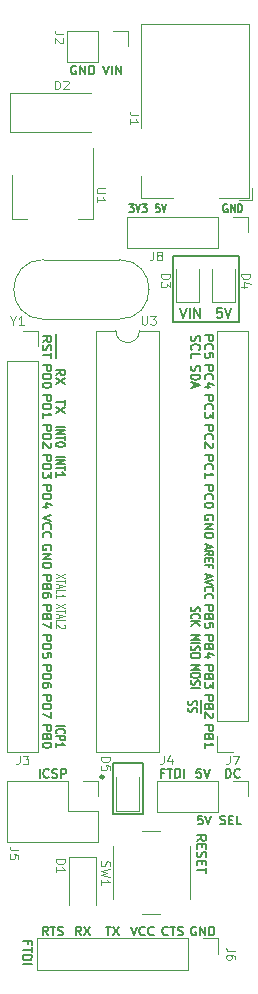
<source format=gto>
G04 #@! TF.GenerationSoftware,KiCad,Pcbnew,(5.0.1)-3*
G04 #@! TF.CreationDate,2018-11-10T00:41:14-08:00*
G04 #@! TF.ProjectId,firefly,66697265666C792E6B696361645F7063,A*
G04 #@! TF.SameCoordinates,Original*
G04 #@! TF.FileFunction,Legend,Top*
G04 #@! TF.FilePolarity,Positive*
%FSLAX46Y46*%
G04 Gerber Fmt 4.6, Leading zero omitted, Abs format (unit mm)*
G04 Created by KiCad (PCBNEW (5.0.1)-3) date 11/10/2018 12:41:14 AM*
%MOMM*%
%LPD*%
G01*
G04 APERTURE LIST*
%ADD10C,0.254000*%
%ADD11C,0.187500*%
%ADD12C,0.150000*%
%ADD13C,0.180000*%
%ADD14C,0.125000*%
%ADD15C,0.120000*%
%ADD16C,0.100000*%
G04 APERTURE END LIST*
D10*
X148844000Y-127889000D02*
G75*
G03X148844000Y-127889000I-127000J0D01*
G01*
D11*
X157194428Y-131161285D02*
X156837285Y-131161285D01*
X156801571Y-131518428D01*
X156837285Y-131482714D01*
X156908714Y-131447000D01*
X157087285Y-131447000D01*
X157158714Y-131482714D01*
X157194428Y-131518428D01*
X157230142Y-131589857D01*
X157230142Y-131768428D01*
X157194428Y-131839857D01*
X157158714Y-131875571D01*
X157087285Y-131911285D01*
X156908714Y-131911285D01*
X156837285Y-131875571D01*
X156801571Y-131839857D01*
X157444428Y-131161285D02*
X157694428Y-131911285D01*
X157944428Y-131161285D01*
X158730142Y-131875571D02*
X158837285Y-131911285D01*
X159015857Y-131911285D01*
X159087285Y-131875571D01*
X159123000Y-131839857D01*
X159158714Y-131768428D01*
X159158714Y-131697000D01*
X159123000Y-131625571D01*
X159087285Y-131589857D01*
X159015857Y-131554142D01*
X158873000Y-131518428D01*
X158801571Y-131482714D01*
X158765857Y-131447000D01*
X158730142Y-131375571D01*
X158730142Y-131304142D01*
X158765857Y-131232714D01*
X158801571Y-131197000D01*
X158873000Y-131161285D01*
X159051571Y-131161285D01*
X159158714Y-131197000D01*
X159480142Y-131518428D02*
X159730142Y-131518428D01*
X159837285Y-131911285D02*
X159480142Y-131911285D01*
X159480142Y-131161285D01*
X159837285Y-131161285D01*
X160515857Y-131911285D02*
X160158714Y-131911285D01*
X160158714Y-131161285D01*
X142411571Y-142033857D02*
X142411571Y-141783857D01*
X142018714Y-141783857D02*
X142768714Y-141783857D01*
X142768714Y-142141000D01*
X142768714Y-142319571D02*
X142768714Y-142748142D01*
X142018714Y-142533857D02*
X142768714Y-142533857D01*
X142018714Y-142998142D02*
X142768714Y-142998142D01*
X142768714Y-143176714D01*
X142733000Y-143283857D01*
X142661571Y-143355285D01*
X142590142Y-143391000D01*
X142447285Y-143426714D01*
X142340142Y-143426714D01*
X142197285Y-143391000D01*
X142125857Y-143355285D01*
X142054428Y-143283857D01*
X142018714Y-143176714D01*
X142018714Y-142998142D01*
X142018714Y-143748142D02*
X142768714Y-143748142D01*
D12*
X151022142Y-79345285D02*
X151393571Y-79345285D01*
X151193571Y-79631000D01*
X151279285Y-79631000D01*
X151336428Y-79666714D01*
X151365000Y-79702428D01*
X151393571Y-79773857D01*
X151393571Y-79952428D01*
X151365000Y-80023857D01*
X151336428Y-80059571D01*
X151279285Y-80095285D01*
X151107857Y-80095285D01*
X151050714Y-80059571D01*
X151022142Y-80023857D01*
X151565000Y-79345285D02*
X151765000Y-80095285D01*
X151965000Y-79345285D01*
X152107857Y-79345285D02*
X152479285Y-79345285D01*
X152279285Y-79631000D01*
X152365000Y-79631000D01*
X152422142Y-79666714D01*
X152450714Y-79702428D01*
X152479285Y-79773857D01*
X152479285Y-79952428D01*
X152450714Y-80023857D01*
X152422142Y-80059571D01*
X152365000Y-80095285D01*
X152193571Y-80095285D01*
X152136428Y-80059571D01*
X152107857Y-80023857D01*
X153555714Y-79345285D02*
X153270000Y-79345285D01*
X153241428Y-79702428D01*
X153270000Y-79666714D01*
X153327142Y-79631000D01*
X153470000Y-79631000D01*
X153527142Y-79666714D01*
X153555714Y-79702428D01*
X153584285Y-79773857D01*
X153584285Y-79952428D01*
X153555714Y-80023857D01*
X153527142Y-80059571D01*
X153470000Y-80095285D01*
X153327142Y-80095285D01*
X153270000Y-80059571D01*
X153241428Y-80023857D01*
X153755714Y-79345285D02*
X153955714Y-80095285D01*
X154155714Y-79345285D01*
X159308857Y-79381000D02*
X159251714Y-79345285D01*
X159166000Y-79345285D01*
X159080285Y-79381000D01*
X159023142Y-79452428D01*
X158994571Y-79523857D01*
X158966000Y-79666714D01*
X158966000Y-79773857D01*
X158994571Y-79916714D01*
X159023142Y-79988142D01*
X159080285Y-80059571D01*
X159166000Y-80095285D01*
X159223142Y-80095285D01*
X159308857Y-80059571D01*
X159337428Y-80023857D01*
X159337428Y-79773857D01*
X159223142Y-79773857D01*
X159594571Y-80095285D02*
X159594571Y-79345285D01*
X159937428Y-80095285D01*
X159937428Y-79345285D01*
X160223142Y-80095285D02*
X160223142Y-79345285D01*
X160366000Y-79345285D01*
X160451714Y-79381000D01*
X160508857Y-79452428D01*
X160537428Y-79523857D01*
X160566000Y-79666714D01*
X160566000Y-79773857D01*
X160537428Y-79916714D01*
X160508857Y-79988142D01*
X160451714Y-80059571D01*
X160366000Y-80095285D01*
X160223142Y-80095285D01*
D11*
X148784571Y-67661285D02*
X149034571Y-68411285D01*
X149284571Y-67661285D01*
X149534571Y-68411285D02*
X149534571Y-67661285D01*
X149891714Y-68411285D02*
X149891714Y-67661285D01*
X150320285Y-68411285D01*
X150320285Y-67661285D01*
X146494571Y-67697000D02*
X146423142Y-67661285D01*
X146316000Y-67661285D01*
X146208857Y-67697000D01*
X146137428Y-67768428D01*
X146101714Y-67839857D01*
X146066000Y-67982714D01*
X146066000Y-68089857D01*
X146101714Y-68232714D01*
X146137428Y-68304142D01*
X146208857Y-68375571D01*
X146316000Y-68411285D01*
X146387428Y-68411285D01*
X146494571Y-68375571D01*
X146530285Y-68339857D01*
X146530285Y-68089857D01*
X146387428Y-68089857D01*
X146851714Y-68411285D02*
X146851714Y-67661285D01*
X147280285Y-68411285D01*
X147280285Y-67661285D01*
X147637428Y-68411285D02*
X147637428Y-67661285D01*
X147816000Y-67661285D01*
X147923142Y-67697000D01*
X147994571Y-67768428D01*
X148030285Y-67839857D01*
X148066000Y-67982714D01*
X148066000Y-68089857D01*
X148030285Y-68232714D01*
X147994571Y-68304142D01*
X147923142Y-68375571D01*
X147816000Y-68411285D01*
X147637428Y-68411285D01*
D13*
X156287428Y-93069285D02*
X156251714Y-93176428D01*
X156251714Y-93355000D01*
X156287428Y-93426428D01*
X156323142Y-93462142D01*
X156394571Y-93497857D01*
X156466000Y-93497857D01*
X156537428Y-93462142D01*
X156573142Y-93426428D01*
X156608857Y-93355000D01*
X156644571Y-93212142D01*
X156680285Y-93140714D01*
X156716000Y-93105000D01*
X156787428Y-93069285D01*
X156858857Y-93069285D01*
X156930285Y-93105000D01*
X156966000Y-93140714D01*
X157001714Y-93212142D01*
X157001714Y-93390714D01*
X156966000Y-93497857D01*
X156251714Y-93819285D02*
X157001714Y-93819285D01*
X157001714Y-93997857D01*
X156966000Y-94105000D01*
X156894571Y-94176428D01*
X156823142Y-94212142D01*
X156680285Y-94247857D01*
X156573142Y-94247857D01*
X156430285Y-94212142D01*
X156358857Y-94176428D01*
X156287428Y-94105000D01*
X156251714Y-93997857D01*
X156251714Y-93819285D01*
X156466000Y-94533571D02*
X156466000Y-94890714D01*
X156251714Y-94462142D02*
X157001714Y-94712142D01*
X156251714Y-94962142D01*
X156287428Y-90547142D02*
X156251714Y-90654285D01*
X156251714Y-90832857D01*
X156287428Y-90904285D01*
X156323142Y-90940000D01*
X156394571Y-90975714D01*
X156466000Y-90975714D01*
X156537428Y-90940000D01*
X156573142Y-90904285D01*
X156608857Y-90832857D01*
X156644571Y-90690000D01*
X156680285Y-90618571D01*
X156716000Y-90582857D01*
X156787428Y-90547142D01*
X156858857Y-90547142D01*
X156930285Y-90582857D01*
X156966000Y-90618571D01*
X157001714Y-90690000D01*
X157001714Y-90868571D01*
X156966000Y-90975714D01*
X156323142Y-91725714D02*
X156287428Y-91690000D01*
X156251714Y-91582857D01*
X156251714Y-91511428D01*
X156287428Y-91404285D01*
X156358857Y-91332857D01*
X156430285Y-91297142D01*
X156573142Y-91261428D01*
X156680285Y-91261428D01*
X156823142Y-91297142D01*
X156894571Y-91332857D01*
X156966000Y-91404285D01*
X157001714Y-91511428D01*
X157001714Y-91582857D01*
X156966000Y-91690000D01*
X156930285Y-91725714D01*
X156251714Y-92404285D02*
X156251714Y-92047142D01*
X157001714Y-92047142D01*
X157394714Y-90511428D02*
X158144714Y-90511428D01*
X158144714Y-90797142D01*
X158109000Y-90868571D01*
X158073285Y-90904285D01*
X158001857Y-90940000D01*
X157894714Y-90940000D01*
X157823285Y-90904285D01*
X157787571Y-90868571D01*
X157751857Y-90797142D01*
X157751857Y-90511428D01*
X157466142Y-91690000D02*
X157430428Y-91654285D01*
X157394714Y-91547142D01*
X157394714Y-91475714D01*
X157430428Y-91368571D01*
X157501857Y-91297142D01*
X157573285Y-91261428D01*
X157716142Y-91225714D01*
X157823285Y-91225714D01*
X157966142Y-91261428D01*
X158037571Y-91297142D01*
X158109000Y-91368571D01*
X158144714Y-91475714D01*
X158144714Y-91547142D01*
X158109000Y-91654285D01*
X158073285Y-91690000D01*
X158144714Y-92368571D02*
X158144714Y-92011428D01*
X157787571Y-91975714D01*
X157823285Y-92011428D01*
X157859000Y-92082857D01*
X157859000Y-92261428D01*
X157823285Y-92332857D01*
X157787571Y-92368571D01*
X157716142Y-92404285D01*
X157537571Y-92404285D01*
X157466142Y-92368571D01*
X157430428Y-92332857D01*
X157394714Y-92261428D01*
X157394714Y-92082857D01*
X157430428Y-92011428D01*
X157466142Y-91975714D01*
X157394714Y-93051428D02*
X158144714Y-93051428D01*
X158144714Y-93337142D01*
X158109000Y-93408571D01*
X158073285Y-93444285D01*
X158001857Y-93480000D01*
X157894714Y-93480000D01*
X157823285Y-93444285D01*
X157787571Y-93408571D01*
X157751857Y-93337142D01*
X157751857Y-93051428D01*
X157466142Y-94230000D02*
X157430428Y-94194285D01*
X157394714Y-94087142D01*
X157394714Y-94015714D01*
X157430428Y-93908571D01*
X157501857Y-93837142D01*
X157573285Y-93801428D01*
X157716142Y-93765714D01*
X157823285Y-93765714D01*
X157966142Y-93801428D01*
X158037571Y-93837142D01*
X158109000Y-93908571D01*
X158144714Y-94015714D01*
X158144714Y-94087142D01*
X158109000Y-94194285D01*
X158073285Y-94230000D01*
X157894714Y-94872857D02*
X157394714Y-94872857D01*
X158180428Y-94694285D02*
X157644714Y-94515714D01*
X157644714Y-94980000D01*
X157394714Y-95591428D02*
X158144714Y-95591428D01*
X158144714Y-95877142D01*
X158109000Y-95948571D01*
X158073285Y-95984285D01*
X158001857Y-96020000D01*
X157894714Y-96020000D01*
X157823285Y-95984285D01*
X157787571Y-95948571D01*
X157751857Y-95877142D01*
X157751857Y-95591428D01*
X157466142Y-96770000D02*
X157430428Y-96734285D01*
X157394714Y-96627142D01*
X157394714Y-96555714D01*
X157430428Y-96448571D01*
X157501857Y-96377142D01*
X157573285Y-96341428D01*
X157716142Y-96305714D01*
X157823285Y-96305714D01*
X157966142Y-96341428D01*
X158037571Y-96377142D01*
X158109000Y-96448571D01*
X158144714Y-96555714D01*
X158144714Y-96627142D01*
X158109000Y-96734285D01*
X158073285Y-96770000D01*
X158144714Y-97020000D02*
X158144714Y-97484285D01*
X157859000Y-97234285D01*
X157859000Y-97341428D01*
X157823285Y-97412857D01*
X157787571Y-97448571D01*
X157716142Y-97484285D01*
X157537571Y-97484285D01*
X157466142Y-97448571D01*
X157430428Y-97412857D01*
X157394714Y-97341428D01*
X157394714Y-97127142D01*
X157430428Y-97055714D01*
X157466142Y-97020000D01*
X157394714Y-98131428D02*
X158144714Y-98131428D01*
X158144714Y-98417142D01*
X158109000Y-98488571D01*
X158073285Y-98524285D01*
X158001857Y-98560000D01*
X157894714Y-98560000D01*
X157823285Y-98524285D01*
X157787571Y-98488571D01*
X157751857Y-98417142D01*
X157751857Y-98131428D01*
X157466142Y-99310000D02*
X157430428Y-99274285D01*
X157394714Y-99167142D01*
X157394714Y-99095714D01*
X157430428Y-98988571D01*
X157501857Y-98917142D01*
X157573285Y-98881428D01*
X157716142Y-98845714D01*
X157823285Y-98845714D01*
X157966142Y-98881428D01*
X158037571Y-98917142D01*
X158109000Y-98988571D01*
X158144714Y-99095714D01*
X158144714Y-99167142D01*
X158109000Y-99274285D01*
X158073285Y-99310000D01*
X158073285Y-99595714D02*
X158109000Y-99631428D01*
X158144714Y-99702857D01*
X158144714Y-99881428D01*
X158109000Y-99952857D01*
X158073285Y-99988571D01*
X158001857Y-100024285D01*
X157930428Y-100024285D01*
X157823285Y-99988571D01*
X157394714Y-99560000D01*
X157394714Y-100024285D01*
X157394714Y-100671428D02*
X158144714Y-100671428D01*
X158144714Y-100957142D01*
X158109000Y-101028571D01*
X158073285Y-101064285D01*
X158001857Y-101100000D01*
X157894714Y-101100000D01*
X157823285Y-101064285D01*
X157787571Y-101028571D01*
X157751857Y-100957142D01*
X157751857Y-100671428D01*
X157466142Y-101850000D02*
X157430428Y-101814285D01*
X157394714Y-101707142D01*
X157394714Y-101635714D01*
X157430428Y-101528571D01*
X157501857Y-101457142D01*
X157573285Y-101421428D01*
X157716142Y-101385714D01*
X157823285Y-101385714D01*
X157966142Y-101421428D01*
X158037571Y-101457142D01*
X158109000Y-101528571D01*
X158144714Y-101635714D01*
X158144714Y-101707142D01*
X158109000Y-101814285D01*
X158073285Y-101850000D01*
X157394714Y-102564285D02*
X157394714Y-102135714D01*
X157394714Y-102350000D02*
X158144714Y-102350000D01*
X158037571Y-102278571D01*
X157966142Y-102207142D01*
X157930428Y-102135714D01*
X157394714Y-103211428D02*
X158144714Y-103211428D01*
X158144714Y-103497142D01*
X158109000Y-103568571D01*
X158073285Y-103604285D01*
X158001857Y-103640000D01*
X157894714Y-103640000D01*
X157823285Y-103604285D01*
X157787571Y-103568571D01*
X157751857Y-103497142D01*
X157751857Y-103211428D01*
X157466142Y-104390000D02*
X157430428Y-104354285D01*
X157394714Y-104247142D01*
X157394714Y-104175714D01*
X157430428Y-104068571D01*
X157501857Y-103997142D01*
X157573285Y-103961428D01*
X157716142Y-103925714D01*
X157823285Y-103925714D01*
X157966142Y-103961428D01*
X158037571Y-103997142D01*
X158109000Y-104068571D01*
X158144714Y-104175714D01*
X158144714Y-104247142D01*
X158109000Y-104354285D01*
X158073285Y-104390000D01*
X158144714Y-104854285D02*
X158144714Y-104925714D01*
X158109000Y-104997142D01*
X158073285Y-105032857D01*
X158001857Y-105068571D01*
X157859000Y-105104285D01*
X157680428Y-105104285D01*
X157537571Y-105068571D01*
X157466142Y-105032857D01*
X157430428Y-104997142D01*
X157394714Y-104925714D01*
X157394714Y-104854285D01*
X157430428Y-104782857D01*
X157466142Y-104747142D01*
X157537571Y-104711428D01*
X157680428Y-104675714D01*
X157859000Y-104675714D01*
X158001857Y-104711428D01*
X158073285Y-104747142D01*
X158109000Y-104782857D01*
X158144714Y-104854285D01*
D12*
X144821714Y-123574285D02*
X145571714Y-123574285D01*
X144893142Y-124202857D02*
X144857428Y-124174285D01*
X144821714Y-124088571D01*
X144821714Y-124031428D01*
X144857428Y-123945714D01*
X144928857Y-123888571D01*
X145000285Y-123860000D01*
X145143142Y-123831428D01*
X145250285Y-123831428D01*
X145393142Y-123860000D01*
X145464571Y-123888571D01*
X145536000Y-123945714D01*
X145571714Y-124031428D01*
X145571714Y-124088571D01*
X145536000Y-124174285D01*
X145500285Y-124202857D01*
X144821714Y-124460000D02*
X145571714Y-124460000D01*
X145571714Y-124688571D01*
X145536000Y-124745714D01*
X145500285Y-124774285D01*
X145428857Y-124802857D01*
X145321714Y-124802857D01*
X145250285Y-124774285D01*
X145214571Y-124745714D01*
X145178857Y-124688571D01*
X145178857Y-124460000D01*
X144821714Y-125374285D02*
X144821714Y-125031428D01*
X144821714Y-125202857D02*
X145571714Y-125202857D01*
X145464571Y-125145714D01*
X145393142Y-125088571D01*
X145357428Y-125031428D01*
X144821714Y-100771428D02*
X145571714Y-100771428D01*
X144821714Y-101057142D02*
X145571714Y-101057142D01*
X144821714Y-101400000D01*
X145571714Y-101400000D01*
X145571714Y-101600000D02*
X145571714Y-101942857D01*
X144821714Y-101771428D02*
X145571714Y-101771428D01*
X144821714Y-102457142D02*
X144821714Y-102114285D01*
X144821714Y-102285714D02*
X145571714Y-102285714D01*
X145464571Y-102228571D01*
X145393142Y-102171428D01*
X145357428Y-102114285D01*
X144821714Y-98231428D02*
X145571714Y-98231428D01*
X144821714Y-98517142D02*
X145571714Y-98517142D01*
X144821714Y-98860000D01*
X145571714Y-98860000D01*
X145571714Y-99060000D02*
X145571714Y-99402857D01*
X144821714Y-99231428D02*
X145571714Y-99231428D01*
X145571714Y-99717142D02*
X145571714Y-99774285D01*
X145536000Y-99831428D01*
X145500285Y-99860000D01*
X145428857Y-99888571D01*
X145286000Y-99917142D01*
X145107428Y-99917142D01*
X144964571Y-99888571D01*
X144893142Y-99860000D01*
X144857428Y-99831428D01*
X144821714Y-99774285D01*
X144821714Y-99717142D01*
X144857428Y-99660000D01*
X144893142Y-99631428D01*
X144964571Y-99602857D01*
X145107428Y-99574285D01*
X145286000Y-99574285D01*
X145428857Y-99602857D01*
X145500285Y-99631428D01*
X145536000Y-99660000D01*
X145571714Y-99717142D01*
D13*
X158109000Y-106108571D02*
X158144714Y-106037142D01*
X158144714Y-105930000D01*
X158109000Y-105822857D01*
X158037571Y-105751428D01*
X157966142Y-105715714D01*
X157823285Y-105680000D01*
X157716142Y-105680000D01*
X157573285Y-105715714D01*
X157501857Y-105751428D01*
X157430428Y-105822857D01*
X157394714Y-105930000D01*
X157394714Y-106001428D01*
X157430428Y-106108571D01*
X157466142Y-106144285D01*
X157716142Y-106144285D01*
X157716142Y-106001428D01*
X157394714Y-106465714D02*
X158144714Y-106465714D01*
X157394714Y-106894285D01*
X158144714Y-106894285D01*
X157394714Y-107251428D02*
X158144714Y-107251428D01*
X158144714Y-107430000D01*
X158109000Y-107537142D01*
X158037571Y-107608571D01*
X157966142Y-107644285D01*
X157823285Y-107680000D01*
X157716142Y-107680000D01*
X157573285Y-107644285D01*
X157501857Y-107608571D01*
X157430428Y-107537142D01*
X157394714Y-107430000D01*
X157394714Y-107251428D01*
D12*
X157072000Y-121348571D02*
X157072000Y-121920000D01*
X156033428Y-121462857D02*
X155997714Y-121548571D01*
X155997714Y-121691428D01*
X156033428Y-121748571D01*
X156069142Y-121777142D01*
X156140571Y-121805714D01*
X156212000Y-121805714D01*
X156283428Y-121777142D01*
X156319142Y-121748571D01*
X156354857Y-121691428D01*
X156390571Y-121577142D01*
X156426285Y-121520000D01*
X156462000Y-121491428D01*
X156533428Y-121462857D01*
X156604857Y-121462857D01*
X156676285Y-121491428D01*
X156712000Y-121520000D01*
X156747714Y-121577142D01*
X156747714Y-121720000D01*
X156712000Y-121805714D01*
X157072000Y-121920000D02*
X157072000Y-122491428D01*
X156033428Y-122034285D02*
X155997714Y-122120000D01*
X155997714Y-122262857D01*
X156033428Y-122320000D01*
X156069142Y-122348571D01*
X156140571Y-122377142D01*
X156212000Y-122377142D01*
X156283428Y-122348571D01*
X156319142Y-122320000D01*
X156354857Y-122262857D01*
X156390571Y-122148571D01*
X156426285Y-122091428D01*
X156462000Y-122062857D01*
X156533428Y-122034285D01*
X156604857Y-122034285D01*
X156676285Y-122062857D01*
X156712000Y-122091428D01*
X156747714Y-122148571D01*
X156747714Y-122291428D01*
X156712000Y-122377142D01*
X156251714Y-118437142D02*
X157001714Y-118437142D01*
X156466000Y-118637142D01*
X157001714Y-118837142D01*
X156251714Y-118837142D01*
X157001714Y-119237142D02*
X157001714Y-119351428D01*
X156966000Y-119408571D01*
X156894571Y-119465714D01*
X156751714Y-119494285D01*
X156501714Y-119494285D01*
X156358857Y-119465714D01*
X156287428Y-119408571D01*
X156251714Y-119351428D01*
X156251714Y-119237142D01*
X156287428Y-119180000D01*
X156358857Y-119122857D01*
X156501714Y-119094285D01*
X156751714Y-119094285D01*
X156894571Y-119122857D01*
X156966000Y-119180000D01*
X157001714Y-119237142D01*
X156287428Y-119722857D02*
X156251714Y-119808571D01*
X156251714Y-119951428D01*
X156287428Y-120008571D01*
X156323142Y-120037142D01*
X156394571Y-120065714D01*
X156466000Y-120065714D01*
X156537428Y-120037142D01*
X156573142Y-120008571D01*
X156608857Y-119951428D01*
X156644571Y-119837142D01*
X156680285Y-119780000D01*
X156716000Y-119751428D01*
X156787428Y-119722857D01*
X156858857Y-119722857D01*
X156930285Y-119751428D01*
X156966000Y-119780000D01*
X157001714Y-119837142D01*
X157001714Y-119980000D01*
X156966000Y-120065714D01*
X156251714Y-120322857D02*
X157001714Y-120322857D01*
X156251714Y-115897142D02*
X157001714Y-115897142D01*
X156466000Y-116097142D01*
X157001714Y-116297142D01*
X156251714Y-116297142D01*
X156251714Y-116582857D02*
X157001714Y-116582857D01*
X156287428Y-116840000D02*
X156251714Y-116925714D01*
X156251714Y-117068571D01*
X156287428Y-117125714D01*
X156323142Y-117154285D01*
X156394571Y-117182857D01*
X156466000Y-117182857D01*
X156537428Y-117154285D01*
X156573142Y-117125714D01*
X156608857Y-117068571D01*
X156644571Y-116954285D01*
X156680285Y-116897142D01*
X156716000Y-116868571D01*
X156787428Y-116840000D01*
X156858857Y-116840000D01*
X156930285Y-116868571D01*
X156966000Y-116897142D01*
X157001714Y-116954285D01*
X157001714Y-117097142D01*
X156966000Y-117182857D01*
X157001714Y-117554285D02*
X157001714Y-117668571D01*
X156966000Y-117725714D01*
X156894571Y-117782857D01*
X156751714Y-117811428D01*
X156501714Y-117811428D01*
X156358857Y-117782857D01*
X156287428Y-117725714D01*
X156251714Y-117668571D01*
X156251714Y-117554285D01*
X156287428Y-117497142D01*
X156358857Y-117440000D01*
X156501714Y-117411428D01*
X156751714Y-117411428D01*
X156894571Y-117440000D01*
X156966000Y-117497142D01*
X157001714Y-117554285D01*
X156287428Y-113528571D02*
X156251714Y-113614285D01*
X156251714Y-113757142D01*
X156287428Y-113814285D01*
X156323142Y-113842857D01*
X156394571Y-113871428D01*
X156466000Y-113871428D01*
X156537428Y-113842857D01*
X156573142Y-113814285D01*
X156608857Y-113757142D01*
X156644571Y-113642857D01*
X156680285Y-113585714D01*
X156716000Y-113557142D01*
X156787428Y-113528571D01*
X156858857Y-113528571D01*
X156930285Y-113557142D01*
X156966000Y-113585714D01*
X157001714Y-113642857D01*
X157001714Y-113785714D01*
X156966000Y-113871428D01*
X156323142Y-114471428D02*
X156287428Y-114442857D01*
X156251714Y-114357142D01*
X156251714Y-114300000D01*
X156287428Y-114214285D01*
X156358857Y-114157142D01*
X156430285Y-114128571D01*
X156573142Y-114100000D01*
X156680285Y-114100000D01*
X156823142Y-114128571D01*
X156894571Y-114157142D01*
X156966000Y-114214285D01*
X157001714Y-114300000D01*
X157001714Y-114357142D01*
X156966000Y-114442857D01*
X156930285Y-114471428D01*
X156251714Y-114728571D02*
X157001714Y-114728571D01*
X156251714Y-115071428D02*
X156680285Y-114814285D01*
X157001714Y-115071428D02*
X156573142Y-114728571D01*
X157609000Y-108248571D02*
X157609000Y-108534285D01*
X157394714Y-108191428D02*
X158144714Y-108391428D01*
X157394714Y-108591428D01*
X157394714Y-109134285D02*
X157751857Y-108934285D01*
X157394714Y-108791428D02*
X158144714Y-108791428D01*
X158144714Y-109020000D01*
X158109000Y-109077142D01*
X158073285Y-109105714D01*
X158001857Y-109134285D01*
X157894714Y-109134285D01*
X157823285Y-109105714D01*
X157787571Y-109077142D01*
X157751857Y-109020000D01*
X157751857Y-108791428D01*
X157787571Y-109391428D02*
X157787571Y-109591428D01*
X157394714Y-109677142D02*
X157394714Y-109391428D01*
X158144714Y-109391428D01*
X158144714Y-109677142D01*
X157787571Y-110134285D02*
X157787571Y-109934285D01*
X157394714Y-109934285D02*
X158144714Y-109934285D01*
X158144714Y-110220000D01*
D13*
X144428714Y-105680000D02*
X143678714Y-105930000D01*
X144428714Y-106180000D01*
X143750142Y-106858571D02*
X143714428Y-106822857D01*
X143678714Y-106715714D01*
X143678714Y-106644285D01*
X143714428Y-106537142D01*
X143785857Y-106465714D01*
X143857285Y-106430000D01*
X144000142Y-106394285D01*
X144107285Y-106394285D01*
X144250142Y-106430000D01*
X144321571Y-106465714D01*
X144393000Y-106537142D01*
X144428714Y-106644285D01*
X144428714Y-106715714D01*
X144393000Y-106822857D01*
X144357285Y-106858571D01*
X143750142Y-107608571D02*
X143714428Y-107572857D01*
X143678714Y-107465714D01*
X143678714Y-107394285D01*
X143714428Y-107287142D01*
X143785857Y-107215714D01*
X143857285Y-107180000D01*
X144000142Y-107144285D01*
X144107285Y-107144285D01*
X144250142Y-107180000D01*
X144321571Y-107215714D01*
X144393000Y-107287142D01*
X144428714Y-107394285D01*
X144428714Y-107465714D01*
X144393000Y-107572857D01*
X144357285Y-107608571D01*
X157394714Y-113371428D02*
X158144714Y-113371428D01*
X158144714Y-113657142D01*
X158109000Y-113728571D01*
X158073285Y-113764285D01*
X158001857Y-113800000D01*
X157894714Y-113800000D01*
X157823285Y-113764285D01*
X157787571Y-113728571D01*
X157751857Y-113657142D01*
X157751857Y-113371428D01*
X157787571Y-114371428D02*
X157751857Y-114478571D01*
X157716142Y-114514285D01*
X157644714Y-114550000D01*
X157537571Y-114550000D01*
X157466142Y-114514285D01*
X157430428Y-114478571D01*
X157394714Y-114407142D01*
X157394714Y-114121428D01*
X158144714Y-114121428D01*
X158144714Y-114371428D01*
X158109000Y-114442857D01*
X158073285Y-114478571D01*
X158001857Y-114514285D01*
X157930428Y-114514285D01*
X157859000Y-114478571D01*
X157823285Y-114442857D01*
X157787571Y-114371428D01*
X157787571Y-114121428D01*
X158144714Y-115228571D02*
X158144714Y-114871428D01*
X157787571Y-114835714D01*
X157823285Y-114871428D01*
X157859000Y-114942857D01*
X157859000Y-115121428D01*
X157823285Y-115192857D01*
X157787571Y-115228571D01*
X157716142Y-115264285D01*
X157537571Y-115264285D01*
X157466142Y-115228571D01*
X157430428Y-115192857D01*
X157394714Y-115121428D01*
X157394714Y-114942857D01*
X157430428Y-114871428D01*
X157466142Y-114835714D01*
X157394714Y-115911428D02*
X158144714Y-115911428D01*
X158144714Y-116197142D01*
X158109000Y-116268571D01*
X158073285Y-116304285D01*
X158001857Y-116340000D01*
X157894714Y-116340000D01*
X157823285Y-116304285D01*
X157787571Y-116268571D01*
X157751857Y-116197142D01*
X157751857Y-115911428D01*
X157787571Y-116911428D02*
X157751857Y-117018571D01*
X157716142Y-117054285D01*
X157644714Y-117090000D01*
X157537571Y-117090000D01*
X157466142Y-117054285D01*
X157430428Y-117018571D01*
X157394714Y-116947142D01*
X157394714Y-116661428D01*
X158144714Y-116661428D01*
X158144714Y-116911428D01*
X158109000Y-116982857D01*
X158073285Y-117018571D01*
X158001857Y-117054285D01*
X157930428Y-117054285D01*
X157859000Y-117018571D01*
X157823285Y-116982857D01*
X157787571Y-116911428D01*
X157787571Y-116661428D01*
X157894714Y-117732857D02*
X157394714Y-117732857D01*
X158180428Y-117554285D02*
X157644714Y-117375714D01*
X157644714Y-117840000D01*
X157394714Y-118451428D02*
X158144714Y-118451428D01*
X158144714Y-118737142D01*
X158109000Y-118808571D01*
X158073285Y-118844285D01*
X158001857Y-118880000D01*
X157894714Y-118880000D01*
X157823285Y-118844285D01*
X157787571Y-118808571D01*
X157751857Y-118737142D01*
X157751857Y-118451428D01*
X157787571Y-119451428D02*
X157751857Y-119558571D01*
X157716142Y-119594285D01*
X157644714Y-119630000D01*
X157537571Y-119630000D01*
X157466142Y-119594285D01*
X157430428Y-119558571D01*
X157394714Y-119487142D01*
X157394714Y-119201428D01*
X158144714Y-119201428D01*
X158144714Y-119451428D01*
X158109000Y-119522857D01*
X158073285Y-119558571D01*
X158001857Y-119594285D01*
X157930428Y-119594285D01*
X157859000Y-119558571D01*
X157823285Y-119522857D01*
X157787571Y-119451428D01*
X157787571Y-119201428D01*
X158144714Y-119880000D02*
X158144714Y-120344285D01*
X157859000Y-120094285D01*
X157859000Y-120201428D01*
X157823285Y-120272857D01*
X157787571Y-120308571D01*
X157716142Y-120344285D01*
X157537571Y-120344285D01*
X157466142Y-120308571D01*
X157430428Y-120272857D01*
X157394714Y-120201428D01*
X157394714Y-119987142D01*
X157430428Y-119915714D01*
X157466142Y-119880000D01*
X157394714Y-120991428D02*
X158144714Y-120991428D01*
X158144714Y-121277142D01*
X158109000Y-121348571D01*
X158073285Y-121384285D01*
X158001857Y-121420000D01*
X157894714Y-121420000D01*
X157823285Y-121384285D01*
X157787571Y-121348571D01*
X157751857Y-121277142D01*
X157751857Y-120991428D01*
X157787571Y-121991428D02*
X157751857Y-122098571D01*
X157716142Y-122134285D01*
X157644714Y-122170000D01*
X157537571Y-122170000D01*
X157466142Y-122134285D01*
X157430428Y-122098571D01*
X157394714Y-122027142D01*
X157394714Y-121741428D01*
X158144714Y-121741428D01*
X158144714Y-121991428D01*
X158109000Y-122062857D01*
X158073285Y-122098571D01*
X158001857Y-122134285D01*
X157930428Y-122134285D01*
X157859000Y-122098571D01*
X157823285Y-122062857D01*
X157787571Y-121991428D01*
X157787571Y-121741428D01*
X158073285Y-122455714D02*
X158109000Y-122491428D01*
X158144714Y-122562857D01*
X158144714Y-122741428D01*
X158109000Y-122812857D01*
X158073285Y-122848571D01*
X158001857Y-122884285D01*
X157930428Y-122884285D01*
X157823285Y-122848571D01*
X157394714Y-122420000D01*
X157394714Y-122884285D01*
X157394714Y-123531428D02*
X158144714Y-123531428D01*
X158144714Y-123817142D01*
X158109000Y-123888571D01*
X158073285Y-123924285D01*
X158001857Y-123960000D01*
X157894714Y-123960000D01*
X157823285Y-123924285D01*
X157787571Y-123888571D01*
X157751857Y-123817142D01*
X157751857Y-123531428D01*
X157787571Y-124531428D02*
X157751857Y-124638571D01*
X157716142Y-124674285D01*
X157644714Y-124710000D01*
X157537571Y-124710000D01*
X157466142Y-124674285D01*
X157430428Y-124638571D01*
X157394714Y-124567142D01*
X157394714Y-124281428D01*
X158144714Y-124281428D01*
X158144714Y-124531428D01*
X158109000Y-124602857D01*
X158073285Y-124638571D01*
X158001857Y-124674285D01*
X157930428Y-124674285D01*
X157859000Y-124638571D01*
X157823285Y-124602857D01*
X157787571Y-124531428D01*
X157787571Y-124281428D01*
X157394714Y-125424285D02*
X157394714Y-124995714D01*
X157394714Y-125210000D02*
X158144714Y-125210000D01*
X158037571Y-125138571D01*
X157966142Y-125067142D01*
X157930428Y-124995714D01*
X143678714Y-123531428D02*
X144428714Y-123531428D01*
X144428714Y-123817142D01*
X144393000Y-123888571D01*
X144357285Y-123924285D01*
X144285857Y-123960000D01*
X144178714Y-123960000D01*
X144107285Y-123924285D01*
X144071571Y-123888571D01*
X144035857Y-123817142D01*
X144035857Y-123531428D01*
X144071571Y-124531428D02*
X144035857Y-124638571D01*
X144000142Y-124674285D01*
X143928714Y-124710000D01*
X143821571Y-124710000D01*
X143750142Y-124674285D01*
X143714428Y-124638571D01*
X143678714Y-124567142D01*
X143678714Y-124281428D01*
X144428714Y-124281428D01*
X144428714Y-124531428D01*
X144393000Y-124602857D01*
X144357285Y-124638571D01*
X144285857Y-124674285D01*
X144214428Y-124674285D01*
X144143000Y-124638571D01*
X144107285Y-124602857D01*
X144071571Y-124531428D01*
X144071571Y-124281428D01*
X144428714Y-125174285D02*
X144428714Y-125245714D01*
X144393000Y-125317142D01*
X144357285Y-125352857D01*
X144285857Y-125388571D01*
X144143000Y-125424285D01*
X143964428Y-125424285D01*
X143821571Y-125388571D01*
X143750142Y-125352857D01*
X143714428Y-125317142D01*
X143678714Y-125245714D01*
X143678714Y-125174285D01*
X143714428Y-125102857D01*
X143750142Y-125067142D01*
X143821571Y-125031428D01*
X143964428Y-124995714D01*
X144143000Y-124995714D01*
X144285857Y-125031428D01*
X144357285Y-125067142D01*
X144393000Y-125102857D01*
X144428714Y-125174285D01*
X143678714Y-120991428D02*
X144428714Y-120991428D01*
X144428714Y-121277142D01*
X144393000Y-121348571D01*
X144357285Y-121384285D01*
X144285857Y-121420000D01*
X144178714Y-121420000D01*
X144107285Y-121384285D01*
X144071571Y-121348571D01*
X144035857Y-121277142D01*
X144035857Y-120991428D01*
X143678714Y-121741428D02*
X144428714Y-121741428D01*
X144428714Y-121920000D01*
X144393000Y-122027142D01*
X144321571Y-122098571D01*
X144250142Y-122134285D01*
X144107285Y-122170000D01*
X144000142Y-122170000D01*
X143857285Y-122134285D01*
X143785857Y-122098571D01*
X143714428Y-122027142D01*
X143678714Y-121920000D01*
X143678714Y-121741428D01*
X144428714Y-122420000D02*
X144428714Y-122920000D01*
X143678714Y-122598571D01*
X143678714Y-118451428D02*
X144428714Y-118451428D01*
X144428714Y-118737142D01*
X144393000Y-118808571D01*
X144357285Y-118844285D01*
X144285857Y-118880000D01*
X144178714Y-118880000D01*
X144107285Y-118844285D01*
X144071571Y-118808571D01*
X144035857Y-118737142D01*
X144035857Y-118451428D01*
X143678714Y-119201428D02*
X144428714Y-119201428D01*
X144428714Y-119380000D01*
X144393000Y-119487142D01*
X144321571Y-119558571D01*
X144250142Y-119594285D01*
X144107285Y-119630000D01*
X144000142Y-119630000D01*
X143857285Y-119594285D01*
X143785857Y-119558571D01*
X143714428Y-119487142D01*
X143678714Y-119380000D01*
X143678714Y-119201428D01*
X144428714Y-120272857D02*
X144428714Y-120130000D01*
X144393000Y-120058571D01*
X144357285Y-120022857D01*
X144250142Y-119951428D01*
X144107285Y-119915714D01*
X143821571Y-119915714D01*
X143750142Y-119951428D01*
X143714428Y-119987142D01*
X143678714Y-120058571D01*
X143678714Y-120201428D01*
X143714428Y-120272857D01*
X143750142Y-120308571D01*
X143821571Y-120344285D01*
X144000142Y-120344285D01*
X144071571Y-120308571D01*
X144107285Y-120272857D01*
X144143000Y-120201428D01*
X144143000Y-120058571D01*
X144107285Y-119987142D01*
X144071571Y-119951428D01*
X144000142Y-119915714D01*
X143678714Y-115911428D02*
X144428714Y-115911428D01*
X144428714Y-116197142D01*
X144393000Y-116268571D01*
X144357285Y-116304285D01*
X144285857Y-116340000D01*
X144178714Y-116340000D01*
X144107285Y-116304285D01*
X144071571Y-116268571D01*
X144035857Y-116197142D01*
X144035857Y-115911428D01*
X143678714Y-116661428D02*
X144428714Y-116661428D01*
X144428714Y-116840000D01*
X144393000Y-116947142D01*
X144321571Y-117018571D01*
X144250142Y-117054285D01*
X144107285Y-117090000D01*
X144000142Y-117090000D01*
X143857285Y-117054285D01*
X143785857Y-117018571D01*
X143714428Y-116947142D01*
X143678714Y-116840000D01*
X143678714Y-116661428D01*
X144428714Y-117768571D02*
X144428714Y-117411428D01*
X144071571Y-117375714D01*
X144107285Y-117411428D01*
X144143000Y-117482857D01*
X144143000Y-117661428D01*
X144107285Y-117732857D01*
X144071571Y-117768571D01*
X144000142Y-117804285D01*
X143821571Y-117804285D01*
X143750142Y-117768571D01*
X143714428Y-117732857D01*
X143678714Y-117661428D01*
X143678714Y-117482857D01*
X143714428Y-117411428D01*
X143750142Y-117375714D01*
D14*
X145571714Y-113288095D02*
X144821714Y-113621428D01*
X145571714Y-113621428D02*
X144821714Y-113288095D01*
X145571714Y-113740476D02*
X145571714Y-114026190D01*
X144821714Y-113883333D02*
X145571714Y-113883333D01*
X145036000Y-114169047D02*
X145036000Y-114407142D01*
X144821714Y-114121428D02*
X145571714Y-114288095D01*
X144821714Y-114454761D01*
X144821714Y-114859523D02*
X144821714Y-114621428D01*
X145571714Y-114621428D01*
X145500285Y-115002380D02*
X145536000Y-115026190D01*
X145571714Y-115073809D01*
X145571714Y-115192857D01*
X145536000Y-115240476D01*
X145500285Y-115264285D01*
X145428857Y-115288095D01*
X145357428Y-115288095D01*
X145250285Y-115264285D01*
X144821714Y-114978571D01*
X144821714Y-115288095D01*
X145571714Y-110748095D02*
X144821714Y-111081428D01*
X145571714Y-111081428D02*
X144821714Y-110748095D01*
X145571714Y-111200476D02*
X145571714Y-111486190D01*
X144821714Y-111343333D02*
X145571714Y-111343333D01*
X145036000Y-111629047D02*
X145036000Y-111867142D01*
X144821714Y-111581428D02*
X145571714Y-111748095D01*
X144821714Y-111914761D01*
X144821714Y-112319523D02*
X144821714Y-112081428D01*
X145571714Y-112081428D01*
X144821714Y-112748095D02*
X144821714Y-112462380D01*
X144821714Y-112605238D02*
X145571714Y-112605238D01*
X145464571Y-112557619D01*
X145393142Y-112510000D01*
X145357428Y-112462380D01*
D13*
X143678714Y-113371428D02*
X144428714Y-113371428D01*
X144428714Y-113657142D01*
X144393000Y-113728571D01*
X144357285Y-113764285D01*
X144285857Y-113800000D01*
X144178714Y-113800000D01*
X144107285Y-113764285D01*
X144071571Y-113728571D01*
X144035857Y-113657142D01*
X144035857Y-113371428D01*
X144071571Y-114371428D02*
X144035857Y-114478571D01*
X144000142Y-114514285D01*
X143928714Y-114550000D01*
X143821571Y-114550000D01*
X143750142Y-114514285D01*
X143714428Y-114478571D01*
X143678714Y-114407142D01*
X143678714Y-114121428D01*
X144428714Y-114121428D01*
X144428714Y-114371428D01*
X144393000Y-114442857D01*
X144357285Y-114478571D01*
X144285857Y-114514285D01*
X144214428Y-114514285D01*
X144143000Y-114478571D01*
X144107285Y-114442857D01*
X144071571Y-114371428D01*
X144071571Y-114121428D01*
X144428714Y-114800000D02*
X144428714Y-115300000D01*
X143678714Y-114978571D01*
X143678714Y-110831428D02*
X144428714Y-110831428D01*
X144428714Y-111117142D01*
X144393000Y-111188571D01*
X144357285Y-111224285D01*
X144285857Y-111260000D01*
X144178714Y-111260000D01*
X144107285Y-111224285D01*
X144071571Y-111188571D01*
X144035857Y-111117142D01*
X144035857Y-110831428D01*
X144071571Y-111831428D02*
X144035857Y-111938571D01*
X144000142Y-111974285D01*
X143928714Y-112010000D01*
X143821571Y-112010000D01*
X143750142Y-111974285D01*
X143714428Y-111938571D01*
X143678714Y-111867142D01*
X143678714Y-111581428D01*
X144428714Y-111581428D01*
X144428714Y-111831428D01*
X144393000Y-111902857D01*
X144357285Y-111938571D01*
X144285857Y-111974285D01*
X144214428Y-111974285D01*
X144143000Y-111938571D01*
X144107285Y-111902857D01*
X144071571Y-111831428D01*
X144071571Y-111581428D01*
X144428714Y-112652857D02*
X144428714Y-112510000D01*
X144393000Y-112438571D01*
X144357285Y-112402857D01*
X144250142Y-112331428D01*
X144107285Y-112295714D01*
X143821571Y-112295714D01*
X143750142Y-112331428D01*
X143714428Y-112367142D01*
X143678714Y-112438571D01*
X143678714Y-112581428D01*
X143714428Y-112652857D01*
X143750142Y-112688571D01*
X143821571Y-112724285D01*
X144000142Y-112724285D01*
X144071571Y-112688571D01*
X144107285Y-112652857D01*
X144143000Y-112581428D01*
X144143000Y-112438571D01*
X144107285Y-112367142D01*
X144071571Y-112331428D01*
X144000142Y-112295714D01*
X144393000Y-108648571D02*
X144428714Y-108577142D01*
X144428714Y-108470000D01*
X144393000Y-108362857D01*
X144321571Y-108291428D01*
X144250142Y-108255714D01*
X144107285Y-108220000D01*
X144000142Y-108220000D01*
X143857285Y-108255714D01*
X143785857Y-108291428D01*
X143714428Y-108362857D01*
X143678714Y-108470000D01*
X143678714Y-108541428D01*
X143714428Y-108648571D01*
X143750142Y-108684285D01*
X144000142Y-108684285D01*
X144000142Y-108541428D01*
X143678714Y-109005714D02*
X144428714Y-109005714D01*
X143678714Y-109434285D01*
X144428714Y-109434285D01*
X143678714Y-109791428D02*
X144428714Y-109791428D01*
X144428714Y-109970000D01*
X144393000Y-110077142D01*
X144321571Y-110148571D01*
X144250142Y-110184285D01*
X144107285Y-110220000D01*
X144000142Y-110220000D01*
X143857285Y-110184285D01*
X143785857Y-110148571D01*
X143714428Y-110077142D01*
X143678714Y-109970000D01*
X143678714Y-109791428D01*
D12*
X157609000Y-110760000D02*
X157609000Y-111045714D01*
X157394714Y-110702857D02*
X158144714Y-110902857D01*
X157394714Y-111102857D01*
X158144714Y-111217142D02*
X157394714Y-111417142D01*
X158144714Y-111617142D01*
X157466142Y-112160000D02*
X157430428Y-112131428D01*
X157394714Y-112045714D01*
X157394714Y-111988571D01*
X157430428Y-111902857D01*
X157501857Y-111845714D01*
X157573285Y-111817142D01*
X157716142Y-111788571D01*
X157823285Y-111788571D01*
X157966142Y-111817142D01*
X158037571Y-111845714D01*
X158109000Y-111902857D01*
X158144714Y-111988571D01*
X158144714Y-112045714D01*
X158109000Y-112131428D01*
X158073285Y-112160000D01*
X157466142Y-112760000D02*
X157430428Y-112731428D01*
X157394714Y-112645714D01*
X157394714Y-112588571D01*
X157430428Y-112502857D01*
X157501857Y-112445714D01*
X157573285Y-112417142D01*
X157716142Y-112388571D01*
X157823285Y-112388571D01*
X157966142Y-112417142D01*
X158037571Y-112445714D01*
X158109000Y-112502857D01*
X158144714Y-112588571D01*
X158144714Y-112645714D01*
X158109000Y-112731428D01*
X158073285Y-112760000D01*
D13*
X143678714Y-103211428D02*
X144428714Y-103211428D01*
X144428714Y-103497142D01*
X144393000Y-103568571D01*
X144357285Y-103604285D01*
X144285857Y-103640000D01*
X144178714Y-103640000D01*
X144107285Y-103604285D01*
X144071571Y-103568571D01*
X144035857Y-103497142D01*
X144035857Y-103211428D01*
X143678714Y-103961428D02*
X144428714Y-103961428D01*
X144428714Y-104140000D01*
X144393000Y-104247142D01*
X144321571Y-104318571D01*
X144250142Y-104354285D01*
X144107285Y-104390000D01*
X144000142Y-104390000D01*
X143857285Y-104354285D01*
X143785857Y-104318571D01*
X143714428Y-104247142D01*
X143678714Y-104140000D01*
X143678714Y-103961428D01*
X144178714Y-105032857D02*
X143678714Y-105032857D01*
X144464428Y-104854285D02*
X143928714Y-104675714D01*
X143928714Y-105140000D01*
X143678714Y-100671428D02*
X144428714Y-100671428D01*
X144428714Y-100957142D01*
X144393000Y-101028571D01*
X144357285Y-101064285D01*
X144285857Y-101100000D01*
X144178714Y-101100000D01*
X144107285Y-101064285D01*
X144071571Y-101028571D01*
X144035857Y-100957142D01*
X144035857Y-100671428D01*
X143678714Y-101421428D02*
X144428714Y-101421428D01*
X144428714Y-101600000D01*
X144393000Y-101707142D01*
X144321571Y-101778571D01*
X144250142Y-101814285D01*
X144107285Y-101850000D01*
X144000142Y-101850000D01*
X143857285Y-101814285D01*
X143785857Y-101778571D01*
X143714428Y-101707142D01*
X143678714Y-101600000D01*
X143678714Y-101421428D01*
X144428714Y-102100000D02*
X144428714Y-102564285D01*
X144143000Y-102314285D01*
X144143000Y-102421428D01*
X144107285Y-102492857D01*
X144071571Y-102528571D01*
X144000142Y-102564285D01*
X143821571Y-102564285D01*
X143750142Y-102528571D01*
X143714428Y-102492857D01*
X143678714Y-102421428D01*
X143678714Y-102207142D01*
X143714428Y-102135714D01*
X143750142Y-102100000D01*
X143678714Y-98131428D02*
X144428714Y-98131428D01*
X144428714Y-98417142D01*
X144393000Y-98488571D01*
X144357285Y-98524285D01*
X144285857Y-98560000D01*
X144178714Y-98560000D01*
X144107285Y-98524285D01*
X144071571Y-98488571D01*
X144035857Y-98417142D01*
X144035857Y-98131428D01*
X143678714Y-98881428D02*
X144428714Y-98881428D01*
X144428714Y-99060000D01*
X144393000Y-99167142D01*
X144321571Y-99238571D01*
X144250142Y-99274285D01*
X144107285Y-99310000D01*
X144000142Y-99310000D01*
X143857285Y-99274285D01*
X143785857Y-99238571D01*
X143714428Y-99167142D01*
X143678714Y-99060000D01*
X143678714Y-98881428D01*
X144357285Y-99595714D02*
X144393000Y-99631428D01*
X144428714Y-99702857D01*
X144428714Y-99881428D01*
X144393000Y-99952857D01*
X144357285Y-99988571D01*
X144285857Y-100024285D01*
X144214428Y-100024285D01*
X144107285Y-99988571D01*
X143678714Y-99560000D01*
X143678714Y-100024285D01*
X145571714Y-95948571D02*
X145571714Y-96377142D01*
X144821714Y-96162857D02*
X145571714Y-96162857D01*
X145571714Y-96555714D02*
X144821714Y-97055714D01*
X145571714Y-97055714D02*
X144821714Y-96555714D01*
X144821714Y-93855000D02*
X145178857Y-93605000D01*
X144821714Y-93426428D02*
X145571714Y-93426428D01*
X145571714Y-93712142D01*
X145536000Y-93783571D01*
X145500285Y-93819285D01*
X145428857Y-93855000D01*
X145321714Y-93855000D01*
X145250285Y-93819285D01*
X145214571Y-93783571D01*
X145178857Y-93712142D01*
X145178857Y-93426428D01*
X145571714Y-94105000D02*
X144821714Y-94605000D01*
X145571714Y-94605000D02*
X144821714Y-94105000D01*
X143678714Y-95591428D02*
X144428714Y-95591428D01*
X144428714Y-95877142D01*
X144393000Y-95948571D01*
X144357285Y-95984285D01*
X144285857Y-96020000D01*
X144178714Y-96020000D01*
X144107285Y-95984285D01*
X144071571Y-95948571D01*
X144035857Y-95877142D01*
X144035857Y-95591428D01*
X143678714Y-96341428D02*
X144428714Y-96341428D01*
X144428714Y-96520000D01*
X144393000Y-96627142D01*
X144321571Y-96698571D01*
X144250142Y-96734285D01*
X144107285Y-96770000D01*
X144000142Y-96770000D01*
X143857285Y-96734285D01*
X143785857Y-96698571D01*
X143714428Y-96627142D01*
X143678714Y-96520000D01*
X143678714Y-96341428D01*
X143678714Y-97484285D02*
X143678714Y-97055714D01*
X143678714Y-97270000D02*
X144428714Y-97270000D01*
X144321571Y-97198571D01*
X144250142Y-97127142D01*
X144214428Y-97055714D01*
X143678714Y-93051428D02*
X144428714Y-93051428D01*
X144428714Y-93337142D01*
X144393000Y-93408571D01*
X144357285Y-93444285D01*
X144285857Y-93480000D01*
X144178714Y-93480000D01*
X144107285Y-93444285D01*
X144071571Y-93408571D01*
X144035857Y-93337142D01*
X144035857Y-93051428D01*
X143678714Y-93801428D02*
X144428714Y-93801428D01*
X144428714Y-93980000D01*
X144393000Y-94087142D01*
X144321571Y-94158571D01*
X144250142Y-94194285D01*
X144107285Y-94230000D01*
X144000142Y-94230000D01*
X143857285Y-94194285D01*
X143785857Y-94158571D01*
X143714428Y-94087142D01*
X143678714Y-93980000D01*
X143678714Y-93801428D01*
X144428714Y-94694285D02*
X144428714Y-94765714D01*
X144393000Y-94837142D01*
X144357285Y-94872857D01*
X144285857Y-94908571D01*
X144143000Y-94944285D01*
X143964428Y-94944285D01*
X143821571Y-94908571D01*
X143750142Y-94872857D01*
X143714428Y-94837142D01*
X143678714Y-94765714D01*
X143678714Y-94694285D01*
X143714428Y-94622857D01*
X143750142Y-94587142D01*
X143821571Y-94551428D01*
X143964428Y-94515714D01*
X144143000Y-94515714D01*
X144285857Y-94551428D01*
X144357285Y-94587142D01*
X144393000Y-94622857D01*
X144428714Y-94694285D01*
X144792000Y-90422142D02*
X144792000Y-91172142D01*
X143678714Y-91029285D02*
X144035857Y-90779285D01*
X143678714Y-90600714D02*
X144428714Y-90600714D01*
X144428714Y-90886428D01*
X144393000Y-90957857D01*
X144357285Y-90993571D01*
X144285857Y-91029285D01*
X144178714Y-91029285D01*
X144107285Y-90993571D01*
X144071571Y-90957857D01*
X144035857Y-90886428D01*
X144035857Y-90600714D01*
X144792000Y-91172142D02*
X144792000Y-91886428D01*
X143714428Y-91315000D02*
X143678714Y-91422142D01*
X143678714Y-91600714D01*
X143714428Y-91672142D01*
X143750142Y-91707857D01*
X143821571Y-91743571D01*
X143893000Y-91743571D01*
X143964428Y-91707857D01*
X144000142Y-91672142D01*
X144035857Y-91600714D01*
X144071571Y-91457857D01*
X144107285Y-91386428D01*
X144143000Y-91350714D01*
X144214428Y-91315000D01*
X144285857Y-91315000D01*
X144357285Y-91350714D01*
X144393000Y-91386428D01*
X144428714Y-91457857D01*
X144428714Y-91636428D01*
X144393000Y-91743571D01*
X144792000Y-91886428D02*
X144792000Y-92457857D01*
X144428714Y-91957857D02*
X144428714Y-92386428D01*
X143678714Y-92172142D02*
X144428714Y-92172142D01*
X158851619Y-88207904D02*
X158470666Y-88207904D01*
X158432571Y-88588857D01*
X158470666Y-88550761D01*
X158546857Y-88512666D01*
X158737333Y-88512666D01*
X158813523Y-88550761D01*
X158851619Y-88588857D01*
X158889714Y-88665047D01*
X158889714Y-88855523D01*
X158851619Y-88931714D01*
X158813523Y-88969809D01*
X158737333Y-89007904D01*
X158546857Y-89007904D01*
X158470666Y-88969809D01*
X158432571Y-88931714D01*
X159118285Y-88207904D02*
X159384952Y-89007904D01*
X159651619Y-88207904D01*
X155333809Y-88207904D02*
X155600476Y-89007904D01*
X155867142Y-88207904D01*
X156133809Y-89007904D02*
X156133809Y-88207904D01*
X156514761Y-89007904D02*
X156514761Y-88207904D01*
X156971904Y-89007904D01*
X156971904Y-88207904D01*
D12*
X160274000Y-83820000D02*
X154686000Y-83820000D01*
X160274000Y-89408000D02*
X160274000Y-83820000D01*
X154686000Y-89408000D02*
X160274000Y-89408000D01*
X154686000Y-87884000D02*
X154686000Y-89408000D01*
X154686000Y-83820000D02*
X154686000Y-87884000D01*
D11*
X157083142Y-127224285D02*
X156726000Y-127224285D01*
X156690285Y-127581428D01*
X156726000Y-127545714D01*
X156797428Y-127510000D01*
X156976000Y-127510000D01*
X157047428Y-127545714D01*
X157083142Y-127581428D01*
X157118857Y-127652857D01*
X157118857Y-127831428D01*
X157083142Y-127902857D01*
X157047428Y-127938571D01*
X156976000Y-127974285D01*
X156797428Y-127974285D01*
X156726000Y-127938571D01*
X156690285Y-127902857D01*
X157333142Y-127224285D02*
X157583142Y-127974285D01*
X157833142Y-127224285D01*
X159194571Y-127974285D02*
X159194571Y-127224285D01*
X159373142Y-127224285D01*
X159480285Y-127260000D01*
X159551714Y-127331428D01*
X159587428Y-127402857D01*
X159623142Y-127545714D01*
X159623142Y-127652857D01*
X159587428Y-127795714D01*
X159551714Y-127867142D01*
X159480285Y-127938571D01*
X159373142Y-127974285D01*
X159194571Y-127974285D01*
X160373142Y-127902857D02*
X160337428Y-127938571D01*
X160230285Y-127974285D01*
X160158857Y-127974285D01*
X160051714Y-127938571D01*
X159980285Y-127867142D01*
X159944571Y-127795714D01*
X159908857Y-127652857D01*
X159908857Y-127545714D01*
X159944571Y-127402857D01*
X159980285Y-127331428D01*
X160051714Y-127260000D01*
X160158857Y-127224285D01*
X160230285Y-127224285D01*
X160337428Y-127260000D01*
X160373142Y-127295714D01*
X153953857Y-127581428D02*
X153703857Y-127581428D01*
X153703857Y-127974285D02*
X153703857Y-127224285D01*
X154061000Y-127224285D01*
X154239571Y-127224285D02*
X154668142Y-127224285D01*
X154453857Y-127974285D02*
X154453857Y-127224285D01*
X154918142Y-127974285D02*
X154918142Y-127224285D01*
X155096714Y-127224285D01*
X155203857Y-127260000D01*
X155275285Y-127331428D01*
X155311000Y-127402857D01*
X155346714Y-127545714D01*
X155346714Y-127652857D01*
X155311000Y-127795714D01*
X155275285Y-127867142D01*
X155203857Y-127938571D01*
X155096714Y-127974285D01*
X154918142Y-127974285D01*
X155668142Y-127974285D02*
X155668142Y-127224285D01*
X143418857Y-127974285D02*
X143418857Y-127224285D01*
X144204571Y-127902857D02*
X144168857Y-127938571D01*
X144061714Y-127974285D01*
X143990285Y-127974285D01*
X143883142Y-127938571D01*
X143811714Y-127867142D01*
X143776000Y-127795714D01*
X143740285Y-127652857D01*
X143740285Y-127545714D01*
X143776000Y-127402857D01*
X143811714Y-127331428D01*
X143883142Y-127260000D01*
X143990285Y-127224285D01*
X144061714Y-127224285D01*
X144168857Y-127260000D01*
X144204571Y-127295714D01*
X144490285Y-127938571D02*
X144597428Y-127974285D01*
X144776000Y-127974285D01*
X144847428Y-127938571D01*
X144883142Y-127902857D01*
X144918857Y-127831428D01*
X144918857Y-127760000D01*
X144883142Y-127688571D01*
X144847428Y-127652857D01*
X144776000Y-127617142D01*
X144633142Y-127581428D01*
X144561714Y-127545714D01*
X144526000Y-127510000D01*
X144490285Y-127438571D01*
X144490285Y-127367142D01*
X144526000Y-127295714D01*
X144561714Y-127260000D01*
X144633142Y-127224285D01*
X144811714Y-127224285D01*
X144918857Y-127260000D01*
X145240285Y-127974285D02*
X145240285Y-127224285D01*
X145526000Y-127224285D01*
X145597428Y-127260000D01*
X145633142Y-127295714D01*
X145668857Y-127367142D01*
X145668857Y-127474285D01*
X145633142Y-127545714D01*
X145597428Y-127581428D01*
X145526000Y-127617142D01*
X145240285Y-127617142D01*
X156759714Y-133276714D02*
X157116857Y-133026714D01*
X156759714Y-132848142D02*
X157509714Y-132848142D01*
X157509714Y-133133857D01*
X157474000Y-133205285D01*
X157438285Y-133241000D01*
X157366857Y-133276714D01*
X157259714Y-133276714D01*
X157188285Y-133241000D01*
X157152571Y-133205285D01*
X157116857Y-133133857D01*
X157116857Y-132848142D01*
X157152571Y-133598142D02*
X157152571Y-133848142D01*
X156759714Y-133955285D02*
X156759714Y-133598142D01*
X157509714Y-133598142D01*
X157509714Y-133955285D01*
X156795428Y-134241000D02*
X156759714Y-134348142D01*
X156759714Y-134526714D01*
X156795428Y-134598142D01*
X156831142Y-134633857D01*
X156902571Y-134669571D01*
X156974000Y-134669571D01*
X157045428Y-134633857D01*
X157081142Y-134598142D01*
X157116857Y-134526714D01*
X157152571Y-134383857D01*
X157188285Y-134312428D01*
X157224000Y-134276714D01*
X157295428Y-134241000D01*
X157366857Y-134241000D01*
X157438285Y-134276714D01*
X157474000Y-134312428D01*
X157509714Y-134383857D01*
X157509714Y-134562428D01*
X157474000Y-134669571D01*
X157152571Y-134991000D02*
X157152571Y-135241000D01*
X156759714Y-135348142D02*
X156759714Y-134991000D01*
X157509714Y-134991000D01*
X157509714Y-135348142D01*
X157509714Y-135562428D02*
X157509714Y-135991000D01*
X156759714Y-135776714D02*
X157509714Y-135776714D01*
D12*
X152146000Y-126746000D02*
X149606000Y-126746000D01*
X152146000Y-131064000D02*
X152146000Y-126746000D01*
X149606000Y-131064000D02*
X152146000Y-131064000D01*
X149606000Y-126746000D02*
X149606000Y-131064000D01*
D11*
X144115285Y-141309285D02*
X143865285Y-140952142D01*
X143686714Y-141309285D02*
X143686714Y-140559285D01*
X143972428Y-140559285D01*
X144043857Y-140595000D01*
X144079571Y-140630714D01*
X144115285Y-140702142D01*
X144115285Y-140809285D01*
X144079571Y-140880714D01*
X144043857Y-140916428D01*
X143972428Y-140952142D01*
X143686714Y-140952142D01*
X144329571Y-140559285D02*
X144758142Y-140559285D01*
X144543857Y-141309285D02*
X144543857Y-140559285D01*
X144972428Y-141273571D02*
X145079571Y-141309285D01*
X145258142Y-141309285D01*
X145329571Y-141273571D01*
X145365285Y-141237857D01*
X145401000Y-141166428D01*
X145401000Y-141095000D01*
X145365285Y-141023571D01*
X145329571Y-140987857D01*
X145258142Y-140952142D01*
X145115285Y-140916428D01*
X145043857Y-140880714D01*
X145008142Y-140845000D01*
X144972428Y-140773571D01*
X144972428Y-140702142D01*
X145008142Y-140630714D01*
X145043857Y-140595000D01*
X145115285Y-140559285D01*
X145293857Y-140559285D01*
X145401000Y-140595000D01*
X146941000Y-141309285D02*
X146691000Y-140952142D01*
X146512428Y-141309285D02*
X146512428Y-140559285D01*
X146798142Y-140559285D01*
X146869571Y-140595000D01*
X146905285Y-140630714D01*
X146941000Y-140702142D01*
X146941000Y-140809285D01*
X146905285Y-140880714D01*
X146869571Y-140916428D01*
X146798142Y-140952142D01*
X146512428Y-140952142D01*
X147191000Y-140559285D02*
X147691000Y-141309285D01*
X147691000Y-140559285D02*
X147191000Y-141309285D01*
X149034571Y-140559285D02*
X149463142Y-140559285D01*
X149248857Y-141309285D02*
X149248857Y-140559285D01*
X149641714Y-140559285D02*
X150141714Y-141309285D01*
X150141714Y-140559285D02*
X149641714Y-141309285D01*
X156654571Y-140595000D02*
X156583142Y-140559285D01*
X156476000Y-140559285D01*
X156368857Y-140595000D01*
X156297428Y-140666428D01*
X156261714Y-140737857D01*
X156226000Y-140880714D01*
X156226000Y-140987857D01*
X156261714Y-141130714D01*
X156297428Y-141202142D01*
X156368857Y-141273571D01*
X156476000Y-141309285D01*
X156547428Y-141309285D01*
X156654571Y-141273571D01*
X156690285Y-141237857D01*
X156690285Y-140987857D01*
X156547428Y-140987857D01*
X157011714Y-141309285D02*
X157011714Y-140559285D01*
X157440285Y-141309285D01*
X157440285Y-140559285D01*
X157797428Y-141309285D02*
X157797428Y-140559285D01*
X157976000Y-140559285D01*
X158083142Y-140595000D01*
X158154571Y-140666428D01*
X158190285Y-140737857D01*
X158226000Y-140880714D01*
X158226000Y-140987857D01*
X158190285Y-141130714D01*
X158154571Y-141202142D01*
X158083142Y-141273571D01*
X157976000Y-141309285D01*
X157797428Y-141309285D01*
X154275285Y-141237857D02*
X154239571Y-141273571D01*
X154132428Y-141309285D01*
X154061000Y-141309285D01*
X153953857Y-141273571D01*
X153882428Y-141202142D01*
X153846714Y-141130714D01*
X153811000Y-140987857D01*
X153811000Y-140880714D01*
X153846714Y-140737857D01*
X153882428Y-140666428D01*
X153953857Y-140595000D01*
X154061000Y-140559285D01*
X154132428Y-140559285D01*
X154239571Y-140595000D01*
X154275285Y-140630714D01*
X154489571Y-140559285D02*
X154918142Y-140559285D01*
X154703857Y-141309285D02*
X154703857Y-140559285D01*
X155132428Y-141273571D02*
X155239571Y-141309285D01*
X155418142Y-141309285D01*
X155489571Y-141273571D01*
X155525285Y-141237857D01*
X155561000Y-141166428D01*
X155561000Y-141095000D01*
X155525285Y-141023571D01*
X155489571Y-140987857D01*
X155418142Y-140952142D01*
X155275285Y-140916428D01*
X155203857Y-140880714D01*
X155168142Y-140845000D01*
X155132428Y-140773571D01*
X155132428Y-140702142D01*
X155168142Y-140630714D01*
X155203857Y-140595000D01*
X155275285Y-140559285D01*
X155453857Y-140559285D01*
X155561000Y-140595000D01*
X151146000Y-140559285D02*
X151396000Y-141309285D01*
X151646000Y-140559285D01*
X152324571Y-141237857D02*
X152288857Y-141273571D01*
X152181714Y-141309285D01*
X152110285Y-141309285D01*
X152003142Y-141273571D01*
X151931714Y-141202142D01*
X151896000Y-141130714D01*
X151860285Y-140987857D01*
X151860285Y-140880714D01*
X151896000Y-140737857D01*
X151931714Y-140666428D01*
X152003142Y-140595000D01*
X152110285Y-140559285D01*
X152181714Y-140559285D01*
X152288857Y-140595000D01*
X152324571Y-140630714D01*
X153074571Y-141237857D02*
X153038857Y-141273571D01*
X152931714Y-141309285D01*
X152860285Y-141309285D01*
X152753142Y-141273571D01*
X152681714Y-141202142D01*
X152646000Y-141130714D01*
X152610285Y-140987857D01*
X152610285Y-140880714D01*
X152646000Y-140737857D01*
X152681714Y-140666428D01*
X152753142Y-140595000D01*
X152860285Y-140559285D01*
X152931714Y-140559285D01*
X153038857Y-140595000D01*
X153074571Y-140630714D01*
D15*
G04 #@! TO.C,J1*
X161191000Y-78878000D02*
X158591000Y-78878000D01*
X161191000Y-64178000D02*
X161191000Y-78878000D01*
X151991000Y-78878000D02*
X151991000Y-76978000D01*
X154691000Y-78878000D02*
X151991000Y-78878000D01*
X151991000Y-64178000D02*
X161191000Y-64178000D01*
X151991000Y-72978000D02*
X151991000Y-64178000D01*
X161391000Y-78028000D02*
X161391000Y-79078000D01*
X160341000Y-79078000D02*
X161391000Y-79078000D01*
G04 #@! TO.C,J5*
X148396000Y-128210000D02*
X148396000Y-129540000D01*
X147066000Y-128210000D02*
X148396000Y-128210000D01*
X148396000Y-130810000D02*
X148396000Y-133410000D01*
X145796000Y-130810000D02*
X148396000Y-130810000D01*
X145796000Y-128210000D02*
X145796000Y-130810000D01*
X148396000Y-133410000D02*
X140656000Y-133410000D01*
X145796000Y-128210000D02*
X140656000Y-128210000D01*
X140656000Y-128210000D02*
X140656000Y-133410000D01*
G04 #@! TO.C,SW1*
X156122000Y-138215000D02*
X156122000Y-133715000D01*
X152122000Y-139465000D02*
X153622000Y-139465000D01*
X149622000Y-133715000D02*
X149622000Y-138215000D01*
X153622000Y-132465000D02*
X152122000Y-132465000D01*
G04 #@! TO.C,J4*
X161096000Y-128210000D02*
X161096000Y-129540000D01*
X159766000Y-128210000D02*
X161096000Y-128210000D01*
X158496000Y-128210000D02*
X158496000Y-130870000D01*
X158496000Y-130870000D02*
X153356000Y-130870000D01*
X158496000Y-128210000D02*
X153356000Y-128210000D01*
X153356000Y-128210000D02*
X153356000Y-130870000D01*
G04 #@! TO.C,J8*
X161096000Y-80458000D02*
X161096000Y-81788000D01*
X159766000Y-80458000D02*
X161096000Y-80458000D01*
X158496000Y-80458000D02*
X158496000Y-83118000D01*
X158496000Y-83118000D02*
X150816000Y-83118000D01*
X158496000Y-80458000D02*
X150816000Y-80458000D01*
X150816000Y-80458000D02*
X150816000Y-83118000D01*
G04 #@! TO.C,J6*
X158556000Y-141545000D02*
X158556000Y-142875000D01*
X157226000Y-141545000D02*
X158556000Y-141545000D01*
X155956000Y-141545000D02*
X155956000Y-144205000D01*
X155956000Y-144205000D02*
X143196000Y-144205000D01*
X155956000Y-141545000D02*
X143196000Y-141545000D01*
X143196000Y-141545000D02*
X143196000Y-144205000D01*
G04 #@! TO.C,U1*
X147936000Y-74640000D02*
X147936000Y-80650000D01*
X141116000Y-76890000D02*
X141116000Y-80650000D01*
X147936000Y-80650000D02*
X146676000Y-80650000D01*
X141116000Y-80650000D02*
X142376000Y-80650000D01*
G04 #@! TO.C,D2*
X140888000Y-69978000D02*
X147788000Y-69978000D01*
X140888000Y-73278000D02*
X147788000Y-73278000D01*
X140888000Y-69978000D02*
X140888000Y-73278000D01*
G04 #@! TO.C,D3*
X156916000Y-87712000D02*
X156916000Y-84852000D01*
X154996000Y-87712000D02*
X156916000Y-87712000D01*
X154996000Y-84852000D02*
X154996000Y-87712000D01*
G04 #@! TO.C,D4*
X158044000Y-84852000D02*
X158044000Y-87712000D01*
X158044000Y-87712000D02*
X159964000Y-87712000D01*
X159964000Y-87712000D02*
X159964000Y-84852000D01*
G04 #@! TO.C,D5*
X151836000Y-130765000D02*
X151836000Y-127905000D01*
X149916000Y-130765000D02*
X151836000Y-130765000D01*
X149916000Y-127905000D02*
X149916000Y-130765000D01*
G04 #@! TO.C,J3*
X140656000Y-92710000D02*
X143316000Y-92710000D01*
X140656000Y-92710000D02*
X140656000Y-125790000D01*
X140656000Y-125790000D02*
X143316000Y-125790000D01*
X143316000Y-92710000D02*
X143316000Y-125790000D01*
X143316000Y-90110000D02*
X143316000Y-91440000D01*
X141986000Y-90110000D02*
X143316000Y-90110000D01*
G04 #@! TO.C,J7*
X159766000Y-125790000D02*
X158436000Y-125790000D01*
X158436000Y-125790000D02*
X158436000Y-124460000D01*
X158436000Y-123190000D02*
X158436000Y-90110000D01*
X161096000Y-90110000D02*
X158436000Y-90110000D01*
X161096000Y-123190000D02*
X161096000Y-90110000D01*
X161096000Y-123190000D02*
X158436000Y-123190000D01*
G04 #@! TO.C,J2*
X150936000Y-64710000D02*
X150936000Y-66040000D01*
X149606000Y-64710000D02*
X150936000Y-64710000D01*
X148336000Y-64710000D02*
X148336000Y-67370000D01*
X148336000Y-67370000D02*
X145736000Y-67370000D01*
X148336000Y-64710000D02*
X145736000Y-64710000D01*
X145736000Y-64710000D02*
X145736000Y-67370000D01*
G04 #@! TO.C,U3*
X153526000Y-90110000D02*
X151876000Y-90110000D01*
X153526000Y-125790000D02*
X153526000Y-90110000D01*
X148226000Y-125790000D02*
X153526000Y-125790000D01*
X148226000Y-90110000D02*
X148226000Y-125790000D01*
X149876000Y-90110000D02*
X148226000Y-90110000D01*
X151876000Y-90110000D02*
G75*
G02X149876000Y-90110000I-1000000J0D01*
G01*
G04 #@! TO.C,Y1*
X150166000Y-89139000D02*
G75*
G03X150166000Y-84089000I0J2525000D01*
G01*
X143766000Y-89139000D02*
G75*
G02X143766000Y-84089000I0J2525000D01*
G01*
X143766000Y-89139000D02*
X150166000Y-89139000D01*
X143766000Y-84089000D02*
X150166000Y-84089000D01*
G04 #@! TO.C,D1*
X148201000Y-138723500D02*
X148201000Y-134663500D01*
X148201000Y-134663500D02*
X145931000Y-134663500D01*
X145931000Y-134663500D02*
X145931000Y-138723500D01*
G04 #@! TO.C,J1*
D16*
X151794714Y-71886000D02*
X151259000Y-71886000D01*
X151151857Y-71850285D01*
X151080428Y-71778857D01*
X151044714Y-71671714D01*
X151044714Y-71600285D01*
X151044714Y-72636000D02*
X151044714Y-72207428D01*
X151044714Y-72421714D02*
X151794714Y-72421714D01*
X151687571Y-72350285D01*
X151616142Y-72278857D01*
X151580428Y-72207428D01*
G04 #@! TO.C,J5*
X141634714Y-134116000D02*
X141099000Y-134116000D01*
X140991857Y-134080285D01*
X140920428Y-134008857D01*
X140884714Y-133901714D01*
X140884714Y-133830285D01*
X141634714Y-134830285D02*
X141634714Y-134473142D01*
X141277571Y-134437428D01*
X141313285Y-134473142D01*
X141349000Y-134544571D01*
X141349000Y-134723142D01*
X141313285Y-134794571D01*
X141277571Y-134830285D01*
X141206142Y-134866000D01*
X141027571Y-134866000D01*
X140956142Y-134830285D01*
X140920428Y-134794571D01*
X140884714Y-134723142D01*
X140884714Y-134544571D01*
X140920428Y-134473142D01*
X140956142Y-134437428D01*
G04 #@! TO.C,SW1*
X148667428Y-135040000D02*
X148631714Y-135147142D01*
X148631714Y-135325714D01*
X148667428Y-135397142D01*
X148703142Y-135432857D01*
X148774571Y-135468571D01*
X148846000Y-135468571D01*
X148917428Y-135432857D01*
X148953142Y-135397142D01*
X148988857Y-135325714D01*
X149024571Y-135182857D01*
X149060285Y-135111428D01*
X149096000Y-135075714D01*
X149167428Y-135040000D01*
X149238857Y-135040000D01*
X149310285Y-135075714D01*
X149346000Y-135111428D01*
X149381714Y-135182857D01*
X149381714Y-135361428D01*
X149346000Y-135468571D01*
X149381714Y-135718571D02*
X148631714Y-135897142D01*
X149167428Y-136040000D01*
X148631714Y-136182857D01*
X149381714Y-136361428D01*
X148631714Y-137040000D02*
X148631714Y-136611428D01*
X148631714Y-136825714D02*
X149381714Y-136825714D01*
X149274571Y-136754285D01*
X149203142Y-136682857D01*
X149167428Y-136611428D01*
G04 #@! TO.C,J4*
X153928000Y-126081285D02*
X153928000Y-126617000D01*
X153892285Y-126724142D01*
X153820857Y-126795571D01*
X153713714Y-126831285D01*
X153642285Y-126831285D01*
X154606571Y-126331285D02*
X154606571Y-126831285D01*
X154428000Y-126045571D02*
X154249428Y-126581285D01*
X154713714Y-126581285D01*
G04 #@! TO.C,J8*
X153039000Y-83409285D02*
X153039000Y-83945000D01*
X153003285Y-84052142D01*
X152931857Y-84123571D01*
X152824714Y-84159285D01*
X152753285Y-84159285D01*
X153503285Y-83730714D02*
X153431857Y-83695000D01*
X153396142Y-83659285D01*
X153360428Y-83587857D01*
X153360428Y-83552142D01*
X153396142Y-83480714D01*
X153431857Y-83445000D01*
X153503285Y-83409285D01*
X153646142Y-83409285D01*
X153717571Y-83445000D01*
X153753285Y-83480714D01*
X153789000Y-83552142D01*
X153789000Y-83587857D01*
X153753285Y-83659285D01*
X153717571Y-83695000D01*
X153646142Y-83730714D01*
X153503285Y-83730714D01*
X153431857Y-83766428D01*
X153396142Y-83802142D01*
X153360428Y-83873571D01*
X153360428Y-84016428D01*
X153396142Y-84087857D01*
X153431857Y-84123571D01*
X153503285Y-84159285D01*
X153646142Y-84159285D01*
X153717571Y-84123571D01*
X153753285Y-84087857D01*
X153789000Y-84016428D01*
X153789000Y-83873571D01*
X153753285Y-83802142D01*
X153717571Y-83766428D01*
X153646142Y-83730714D01*
G04 #@! TO.C,J6*
X159966714Y-142625000D02*
X159431000Y-142625000D01*
X159323857Y-142589285D01*
X159252428Y-142517857D01*
X159216714Y-142410714D01*
X159216714Y-142339285D01*
X159966714Y-143303571D02*
X159966714Y-143160714D01*
X159931000Y-143089285D01*
X159895285Y-143053571D01*
X159788142Y-142982142D01*
X159645285Y-142946428D01*
X159359571Y-142946428D01*
X159288142Y-142982142D01*
X159252428Y-143017857D01*
X159216714Y-143089285D01*
X159216714Y-143232142D01*
X159252428Y-143303571D01*
X159288142Y-143339285D01*
X159359571Y-143375000D01*
X159538142Y-143375000D01*
X159609571Y-143339285D01*
X159645285Y-143303571D01*
X159681000Y-143232142D01*
X159681000Y-143089285D01*
X159645285Y-143017857D01*
X159609571Y-142982142D01*
X159538142Y-142946428D01*
G04 #@! TO.C,U1*
X149000714Y-78041571D02*
X148393571Y-78041571D01*
X148322142Y-78077285D01*
X148286428Y-78113000D01*
X148250714Y-78184428D01*
X148250714Y-78327285D01*
X148286428Y-78398714D01*
X148322142Y-78434428D01*
X148393571Y-78470142D01*
X149000714Y-78470142D01*
X148250714Y-79220142D02*
X148250714Y-78791571D01*
X148250714Y-79005857D02*
X149000714Y-79005857D01*
X148893571Y-78934428D01*
X148822142Y-78863000D01*
X148786428Y-78791571D01*
G04 #@! TO.C,D2*
X144734428Y-69681285D02*
X144734428Y-68931285D01*
X144913000Y-68931285D01*
X145020142Y-68967000D01*
X145091571Y-69038428D01*
X145127285Y-69109857D01*
X145163000Y-69252714D01*
X145163000Y-69359857D01*
X145127285Y-69502714D01*
X145091571Y-69574142D01*
X145020142Y-69645571D01*
X144913000Y-69681285D01*
X144734428Y-69681285D01*
X145448714Y-69002714D02*
X145484428Y-68967000D01*
X145555857Y-68931285D01*
X145734428Y-68931285D01*
X145805857Y-68967000D01*
X145841571Y-69002714D01*
X145877285Y-69074142D01*
X145877285Y-69145571D01*
X145841571Y-69252714D01*
X145413000Y-69681285D01*
X145877285Y-69681285D01*
G04 #@! TO.C,D3*
X153711714Y-85298428D02*
X154461714Y-85298428D01*
X154461714Y-85477000D01*
X154426000Y-85584142D01*
X154354571Y-85655571D01*
X154283142Y-85691285D01*
X154140285Y-85727000D01*
X154033142Y-85727000D01*
X153890285Y-85691285D01*
X153818857Y-85655571D01*
X153747428Y-85584142D01*
X153711714Y-85477000D01*
X153711714Y-85298428D01*
X154461714Y-85977000D02*
X154461714Y-86441285D01*
X154176000Y-86191285D01*
X154176000Y-86298428D01*
X154140285Y-86369857D01*
X154104571Y-86405571D01*
X154033142Y-86441285D01*
X153854571Y-86441285D01*
X153783142Y-86405571D01*
X153747428Y-86369857D01*
X153711714Y-86298428D01*
X153711714Y-86084142D01*
X153747428Y-86012714D01*
X153783142Y-85977000D01*
G04 #@! TO.C,D4*
X160506214Y-85298428D02*
X161256214Y-85298428D01*
X161256214Y-85477000D01*
X161220500Y-85584142D01*
X161149071Y-85655571D01*
X161077642Y-85691285D01*
X160934785Y-85727000D01*
X160827642Y-85727000D01*
X160684785Y-85691285D01*
X160613357Y-85655571D01*
X160541928Y-85584142D01*
X160506214Y-85477000D01*
X160506214Y-85298428D01*
X161006214Y-86369857D02*
X160506214Y-86369857D01*
X161291928Y-86191285D02*
X160756214Y-86012714D01*
X160756214Y-86477000D01*
G04 #@! TO.C,D5*
X148631714Y-126192428D02*
X149381714Y-126192428D01*
X149381714Y-126371000D01*
X149346000Y-126478142D01*
X149274571Y-126549571D01*
X149203142Y-126585285D01*
X149060285Y-126621000D01*
X148953142Y-126621000D01*
X148810285Y-126585285D01*
X148738857Y-126549571D01*
X148667428Y-126478142D01*
X148631714Y-126371000D01*
X148631714Y-126192428D01*
X149381714Y-127299571D02*
X149381714Y-126942428D01*
X149024571Y-126906714D01*
X149060285Y-126942428D01*
X149096000Y-127013857D01*
X149096000Y-127192428D01*
X149060285Y-127263857D01*
X149024571Y-127299571D01*
X148953142Y-127335285D01*
X148774571Y-127335285D01*
X148703142Y-127299571D01*
X148667428Y-127263857D01*
X148631714Y-127192428D01*
X148631714Y-127013857D01*
X148667428Y-126942428D01*
X148703142Y-126906714D01*
G04 #@! TO.C,J3*
X141736000Y-126081285D02*
X141736000Y-126617000D01*
X141700285Y-126724142D01*
X141628857Y-126795571D01*
X141521714Y-126831285D01*
X141450285Y-126831285D01*
X142021714Y-126081285D02*
X142486000Y-126081285D01*
X142236000Y-126367000D01*
X142343142Y-126367000D01*
X142414571Y-126402714D01*
X142450285Y-126438428D01*
X142486000Y-126509857D01*
X142486000Y-126688428D01*
X142450285Y-126759857D01*
X142414571Y-126795571D01*
X142343142Y-126831285D01*
X142128857Y-126831285D01*
X142057428Y-126795571D01*
X142021714Y-126759857D01*
G04 #@! TO.C,J7*
X159516000Y-126081285D02*
X159516000Y-126617000D01*
X159480285Y-126724142D01*
X159408857Y-126795571D01*
X159301714Y-126831285D01*
X159230285Y-126831285D01*
X159801714Y-126081285D02*
X160301714Y-126081285D01*
X159980285Y-126831285D01*
G04 #@! TO.C,J2*
X145444714Y-65028000D02*
X144909000Y-65028000D01*
X144801857Y-64992285D01*
X144730428Y-64920857D01*
X144694714Y-64813714D01*
X144694714Y-64742285D01*
X145373285Y-65349428D02*
X145409000Y-65385142D01*
X145444714Y-65456571D01*
X145444714Y-65635142D01*
X145409000Y-65706571D01*
X145373285Y-65742285D01*
X145301857Y-65778000D01*
X145230428Y-65778000D01*
X145123285Y-65742285D01*
X144694714Y-65313714D01*
X144694714Y-65778000D01*
G04 #@! TO.C,U3*
X152082571Y-88870285D02*
X152082571Y-89477428D01*
X152118285Y-89548857D01*
X152154000Y-89584571D01*
X152225428Y-89620285D01*
X152368285Y-89620285D01*
X152439714Y-89584571D01*
X152475428Y-89548857D01*
X152511142Y-89477428D01*
X152511142Y-88870285D01*
X152796857Y-88870285D02*
X153261142Y-88870285D01*
X153011142Y-89156000D01*
X153118285Y-89156000D01*
X153189714Y-89191714D01*
X153225428Y-89227428D01*
X153261142Y-89298857D01*
X153261142Y-89477428D01*
X153225428Y-89548857D01*
X153189714Y-89584571D01*
X153118285Y-89620285D01*
X152904000Y-89620285D01*
X152832571Y-89584571D01*
X152796857Y-89548857D01*
G04 #@! TO.C,Y1*
X141184357Y-89263142D02*
X141184357Y-89620285D01*
X140934357Y-88870285D02*
X141184357Y-89263142D01*
X141434357Y-88870285D01*
X142077214Y-89620285D02*
X141648642Y-89620285D01*
X141862928Y-89620285D02*
X141862928Y-88870285D01*
X141791500Y-88977428D01*
X141720071Y-89048857D01*
X141648642Y-89084571D01*
G04 #@! TO.C,D1*
X144821714Y-134828428D02*
X145571714Y-134828428D01*
X145571714Y-135007000D01*
X145536000Y-135114142D01*
X145464571Y-135185571D01*
X145393142Y-135221285D01*
X145250285Y-135257000D01*
X145143142Y-135257000D01*
X145000285Y-135221285D01*
X144928857Y-135185571D01*
X144857428Y-135114142D01*
X144821714Y-135007000D01*
X144821714Y-134828428D01*
X144821714Y-135971285D02*
X144821714Y-135542714D01*
X144821714Y-135757000D02*
X145571714Y-135757000D01*
X145464571Y-135685571D01*
X145393142Y-135614142D01*
X145357428Y-135542714D01*
G04 #@! TD*
M02*

</source>
